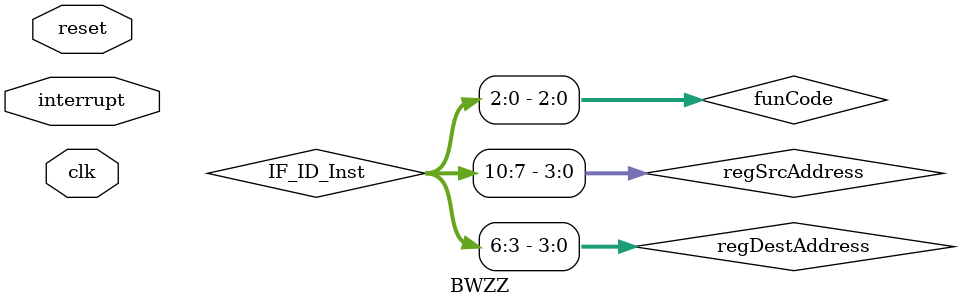
<source format=v>
module BWZZ(input clk, reset, interrupt);

///// if
wire stall;
wire [31:0] PC, NextPC, selectedPC, branchAddress, privateRegResultOutput;
wire [15:0] Inst, Imm;
wire flush, choosedBitOutput;


Fetch fetchStage(
	.stall(1'b0),
	.clk(clk),
	.jumpBit(flush),
	.rst(reset),
	.interruptBit(interrupt),
	.finalInstruction(Inst),
	.branchIR(branchAddress),
	.initPc(selectedPC),
	.samePc(PC),
	.nextPc(NextPC),
	.instructionTest(),
	.immediate(Imm)
	);



/// IF-ID
wire [31:0] IF_ID_PC, IF_ID_NextPC;
wire [15:0] IF_ID_Inst, IF_ID_Imm;

IfIdBuffer IF_ID_Buffer(
	.clk(clk) 
	,.flush(flush)
	,.instruction(Inst)
	,.imm(Imm)
	,.pc(PC) 
	,.nextPC(NextPC)

	,.oPc(IF_ID_PC)
	,.oNextPC(IF_ID_NextPC)
	,.oInstruction(IF_ID_Inst)
	,.oimm(IF_ID_Imm)
	);




/// Decoding Stage
wire RegWrite , MemOrReg, DestOrPrivate , MemWrite, MemRead, SPOrALUres, immOrReg, updateStatus, BranchFlag, PCControl, privateRegWrite;
wire [3:0] regDestAddress, regSrcAddress, AlUControl;
wire [15:0] RegSrc, RegDest, imm;
wire [2:0] funCode;
wire [1:0] SPOpeartion, carryFlag;

controlUnit ControlUnit(
  .opCode(IF_ID_Inst[15:11]),
  .SPOperation(SPOpeartion),
  .RegWrite(RegWrite),
  .MemRead(MemRead),
  .MemWrite(MemWrite),
  .MemOrReg(MemOrReg),
  .UpdateStatus(updateStatus),
  .ImmOrReg(immOrReg),
  .ALUControl(AlUControl),
  .SPOrALUres(SPOrALUres),
  .DestOrPrivate(DestOrPrivate),
  .BranchFlag(BranchFlag),
  .CarryFlag(carryFlag),
  .PCControl(PCControl),
  .privateRegWrite(privateRegWrite)
  );

assign selectedPC = PCControl? PC : NextPC;
assign flush = BranchFlag & choosedBitOutput;

assign regSrcAddress = IF_ID_Inst[10:7];
assign regDestAddress = IF_ID_Inst[6:3];

assign funCode = IF_ID_Inst[2:0];

// Register file
wire MEM_WB_RegWrite;
wire [3:0] MEM_WB_RegDestAddress;
wire [15:0] outputRes;

regFile RegisterFile(
  .write_enable(MEM_WB_RegWrite),
	.rst(reset),
  .clk(clk),
	.privateRegWrite(privateRegWrite),
	.PC(selectedPC),
  .write_data(outputRes),
  .read_addr1(IF_ID_Inst[10:7]),
  .read_addr2(IF_ID_Inst[6:3]),
  .write_addr(MEM_WB_RegDestAddress),

  .read_data1(RegSrc),
  .read_data2(RegDest),
	.privateRegResult(privateRegResultOutput)
  );



/// Decodeing Ex Buffer
wire ID_EX_RegWrite, ID_EX_MemOrReg, ID_EX_DestOrPrivate, ID_EX_MemWrite, ID_EX_MemRead, ID_EX_SPOrALUres, ID_EX_immOrReg, ID_EX_updateStatus;
wire [3:0] ID_EX_AlUControl;
wire [15:0] ID_EX_RegSrc ,ID_EX_RegDest , ID_EX_imm;
wire [2:0] ID_EX_funCode;
wire [1:0] ID_EX_SPOpeartion, ID_EX_carryFlag;

wire [3:0] regDestAddressID_EX, regSrcAddressID_EX;

IdExBuffer ID_EX_Buffer(
	.RegWrite(RegWrite),
	.MemOrReg(MemOrReg),
	.DestOrPrivate(DestOrPrivate),
	.MemWrite(MemWrite),
	.MemRead(MemRead),
	.clk(clk),
	.SPOrALUres(SPOrALUres),
	.immOrReg(immOrReg),
	.updateStatus(updateStatus),
	.regDestAddress(regDestAddress),
	.regSrcAddress(regSrcAddress),
	.AlUControl(AlUControl),
	.RegSrc(RegSrc),
	.RegDest(RegDest),
	.imm(IF_ID_Imm),
	.SPOpeartion(SPOpeartion),
	.carryFlag(carryFlag),
	.funCode(funCode),
	
	.oRegWrite(ID_EX_RegWrite),
	.oMemOrReg(ID_EX_MemOrReg),
	.oMemWrite(ID_EX_MemWrite),
	.oMemRead(ID_EX_MemRead),
	.oDestOrPrivate(ID_EX_DestOrPrivate),
	.oSPOrALUres(ID_EX_DestOrPrivate),
	.oimmOrReg(ID_EX_immOrReg),
	.oupdateStatus(ID_EX_updateStatus),
	.oRegDestAddress(regDestAddressID_EX),
	.oRegSrcAddress(regSrcAddressID_EX),
	.oAlUControl(ID_EX_AlUControl),
	.oRegSrc(ID_EX_RegSrc),
	.oRegDest(ID_EX_RegDest),
	.oimm(ID_EX_imm),
	.oSPOpeartion(ID_EX_SPOpeartion),
	.ocarryFlag(ID_EX_carryFlag),
	.ofunCode(ID_EX_funCode)
	);


///// Status register
wire [3:0] StatusFlagsOutput, savedFlagsOutput, updatedStatusOutput;

StatusRegister StatusRegisterBank (
	.updateStatus(ID_EX_updateStatus),
	.carryFlag(ID_EX_carryFlag),
	.functionCode(ID_EX_funCode),
	.newStatus(updatedStatusOutput),
	.savedStatus(savedFlagsOutput),
	.reset(reset),
	.choosedBit(choosedBitOutput),
	.StatusFlags(StatusFlagsOutput)
);

SavedFlages savedFlag (
  .interrupt(interrupt),
  .CCR(StatusFlagsOutput),
	.SavedFlages(savedFlagsOutput)
);


// Execute
wire [15:0] ALUResult;

ExecuteStage ALUStage(
	.ALUControl(ID_EX_AlUControl),
	.RegSrc(ID_EX_RegSrc),
	.RegDst(ID_EX_RegDest),
	.immediate(Imm),

	.newStatus(updatedStatusOutput),
	.ALUResult(ALUResult)
	);

// Execute - Memory 
wire EX_MEM_RegWrite ,EX_MEM_MemOrReg ,EX_MEM_DestOrPrivate ,EX_MEM_MemWrite ,EX_MEM_MemRead ,EX_MEM_SPOrALUres ;
wire [3:0] EX_MEM_RegDestAddress ;
wire [1:0] EX_MEM_SPOpeartion;
wire [15:0] EX_MEM_ALUResult ,EX_MEM_RegSrc ;

ExMemBuffer EX_MEM_Buffer(
	.RegWrite(ID_EX_RegWrite), 
	.MemOrReg(ID_EX_MemOrReg),
	.DestOrPrivate(ID_EX_DestOrPrivate),
	.MemWrite(ID_EX_MemWrite),
	.MemRead(ID_EX_MemRead),
	.clk(clk),
	.SPOrALUres(ID_EX_SPOrALUres),  
	.regDestAddress(regDestAddressID_EX),
	.ALUResult(ALUResult), 
	.RegSrc(ID_EX_RegSrc),
	.SPOpeartion(ID_EX_SPOpeartion),

	.oRegWrite(EX_MEM_RegWrite),
	.oMemOrReg(EX_MEM_MemOrReg),
	.oMemWrite(EX_MEM_MemWrite),
	.oMemRead(EX_MEM_MemRead),
	.oDestOrPrivate(EX_MEM_DestOrPrivate),
	.oSPOrALUres(EX_MEM_SPOrALUres),
	.oRegDestAddress(EX_MEM_RegDestAddress),
	.oALUResult(EX_MEM_ALUResult),
	.oRegSrc(EX_MEM_RegSrc),  
	.oSPOpeartion(EX_MEM_SPOpeartion)
	);


/// Data Memory 
wire [15:0] MemoryRes;

MemoryStage DataMemory(
	.MemRead(EX_MEM_MemRead),
	.MemWrite(EX_MEM_MemWrite),
	.SPOrALUres(EX_MEM_SPOrALUres),
	.clk(clk),
	.rst(reset),
	.SPOpeartion(EX_MEM_SPOpeartion),
	.RegSrc(EX_MEM_RegSrc),
	.Data_result(EX_MEM_ALUResult),

	.Data(MemoryRes)
);

/// Memory WB Buffer
wire MEM_WB_MemOrReg, MEM_WB_DestOrPrivate;
wire [15:0] MEM_WB_DataRes ,MEM_WB_Data;

MemWbBuffer MEM_WB_Buffer(
	.RegWrite(EX_MEM_RegWrite),
	.MemOrReg(EX_MEM_MemOrReg),
	.DestOrPrivate(EX_MEM_DestOrPrivate),
	.clk(clk), 
	.regDestAddress(EX_MEM_RegDestAddress),
	.dataRes(EX_MEM_ALUResult),
	.data(MemoryRes),

	.oRegWrite(MEM_WB_RegWrite),
	.oMemOrReg(MEM_WB_MemOrReg),
	.oDestOrPrivate(MEM_WB_DestOrPrivate),
	.oRegDestAddress(MEM_WB_RegDestAddress),
	.oDataRes(MEM_WB_DataRes),
	.oData(MEM_WB_Data) 
	);


/// Write back
WriteBack WriteBackStage(
	.memOrReg(MEM_WB_MemOrReg),
	.memData(MEM_WB_Data),
	.aluData(MEM_WB_DataRes),
	.outputRes(outputRes),
	.clk(clk)
  );


/// Branch address selector
BranchAddressSelector BranchSelector(
	.RegDst(RegDest),
	.privateRegResult(privateRegResultOutput),
	.DecodeDestOrPrivate(DestOrPrivate),
	.WBDestOrPrivate(MEM_WB_DestOrPrivate),
	.branchAddress(branchAddress)
);

endmodule
</source>
